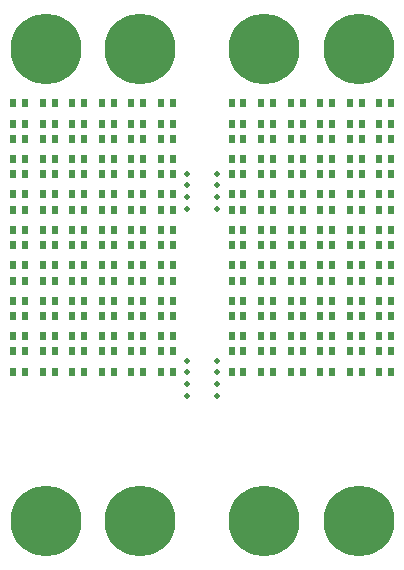
<source format=gbr>
G04 #@! TF.GenerationSoftware,KiCad,Pcbnew,5.1.10*
G04 #@! TF.CreationDate,2021-09-23T13:58:25+02:00*
G04 #@! TF.ProjectId,char-panel,63686172-2d70-4616-9e65-6c2e6b696361,rev?*
G04 #@! TF.SameCoordinates,Original*
G04 #@! TF.FileFunction,Soldermask,Top*
G04 #@! TF.FilePolarity,Negative*
%FSLAX46Y46*%
G04 Gerber Fmt 4.6, Leading zero omitted, Abs format (unit mm)*
G04 Created by KiCad (PCBNEW 5.1.10) date 2021-09-23 13:58:25*
%MOMM*%
%LPD*%
G01*
G04 APERTURE LIST*
%ADD10C,0.500000*%
%ADD11R,0.600000X0.800000*%
%ADD12C,6.000000*%
G04 APERTURE END LIST*
D10*
G04 #@! TO.C,REF\u002A\u002A*
X68249002Y-83166671D03*
G04 #@! TD*
G04 #@! TO.C,REF\u002A\u002A*
X68249003Y-82166671D03*
G04 #@! TD*
G04 #@! TO.C,REF\u002A\u002A*
X68249003Y-81166671D03*
G04 #@! TD*
G04 #@! TO.C,REF\u002A\u002A*
X68249003Y-80166671D03*
G04 #@! TD*
G04 #@! TO.C,REF\u002A\u002A*
X68249006Y-67333335D03*
G04 #@! TD*
G04 #@! TO.C,REF\u002A\u002A*
X68249006Y-66333335D03*
G04 #@! TD*
G04 #@! TO.C,REF\u002A\u002A*
X68249006Y-65333335D03*
G04 #@! TD*
G04 #@! TO.C,REF\u002A\u002A*
X68249007Y-64333335D03*
G04 #@! TD*
G04 #@! TO.C,REF\u002A\u002A*
X65751000Y-80166671D03*
G04 #@! TD*
G04 #@! TO.C,REF\u002A\u002A*
X65751000Y-81166671D03*
G04 #@! TD*
G04 #@! TO.C,REF\u002A\u002A*
X65751000Y-82166671D03*
G04 #@! TD*
G04 #@! TO.C,REF\u002A\u002A*
X65751000Y-83166671D03*
G04 #@! TD*
G04 #@! TO.C,REF\u002A\u002A*
X65751000Y-64333335D03*
G04 #@! TD*
G04 #@! TO.C,REF\u002A\u002A*
X65751000Y-65333335D03*
G04 #@! TD*
G04 #@! TO.C,REF\u002A\u002A*
X65751000Y-66333335D03*
G04 #@! TD*
G04 #@! TO.C,REF\u002A\u002A*
X65751000Y-67333335D03*
G04 #@! TD*
D11*
G04 #@! TO.C,D1*
X69500010Y-60100001D03*
X69500010Y-58400001D03*
X70500010Y-60100001D03*
X70500010Y-58400001D03*
G04 #@! TD*
G04 #@! TO.C,D2*
X83000010Y-61400001D03*
X83000010Y-63100001D03*
X82000010Y-61400001D03*
X82000010Y-63100001D03*
G04 #@! TD*
G04 #@! TO.C,D3*
X69500010Y-66100001D03*
X69500010Y-64400001D03*
X70500010Y-66100001D03*
X70500010Y-64400001D03*
G04 #@! TD*
G04 #@! TO.C,D4*
X83000010Y-67400001D03*
X83000010Y-69100001D03*
X82000010Y-67400001D03*
X82000010Y-69100001D03*
G04 #@! TD*
G04 #@! TO.C,D5*
X69500010Y-72100001D03*
X69500010Y-70400001D03*
X70500010Y-72100001D03*
X70500010Y-70400001D03*
G04 #@! TD*
G04 #@! TO.C,D6*
X83000010Y-73400001D03*
X83000010Y-75100001D03*
X82000010Y-73400001D03*
X82000010Y-75100001D03*
G04 #@! TD*
G04 #@! TO.C,D7*
X69500010Y-78100001D03*
X69500010Y-76400001D03*
X70500010Y-78100001D03*
X70500010Y-76400001D03*
G04 #@! TD*
G04 #@! TO.C,D8*
X83000010Y-79400001D03*
X83000010Y-81100001D03*
X82000010Y-79400001D03*
X82000010Y-81100001D03*
G04 #@! TD*
G04 #@! TO.C,D9*
X72000010Y-60100001D03*
X72000010Y-58400001D03*
X73000010Y-60100001D03*
X73000010Y-58400001D03*
G04 #@! TD*
G04 #@! TO.C,D10*
X80500010Y-61400001D03*
X80500010Y-63100001D03*
X79500010Y-61400001D03*
X79500010Y-63100001D03*
G04 #@! TD*
G04 #@! TO.C,D11*
X72000010Y-66100001D03*
X72000010Y-64400001D03*
X73000010Y-66100001D03*
X73000010Y-64400001D03*
G04 #@! TD*
G04 #@! TO.C,D12*
X80500010Y-67400001D03*
X80500010Y-69100001D03*
X79500010Y-67400001D03*
X79500010Y-69100001D03*
G04 #@! TD*
G04 #@! TO.C,D13*
X72000010Y-72100001D03*
X72000010Y-70400001D03*
X73000010Y-72100001D03*
X73000010Y-70400001D03*
G04 #@! TD*
G04 #@! TO.C,D14*
X80500010Y-73400001D03*
X80500010Y-75100001D03*
X79500010Y-73400001D03*
X79500010Y-75100001D03*
G04 #@! TD*
G04 #@! TO.C,D15*
X72000010Y-78100001D03*
X72000010Y-76400001D03*
X73000010Y-78100001D03*
X73000010Y-76400001D03*
G04 #@! TD*
G04 #@! TO.C,D16*
X80500010Y-79400001D03*
X80500010Y-81100001D03*
X79500010Y-79400001D03*
X79500010Y-81100001D03*
G04 #@! TD*
G04 #@! TO.C,D17*
X74500010Y-60100001D03*
X74500010Y-58400001D03*
X75500010Y-60100001D03*
X75500010Y-58400001D03*
G04 #@! TD*
G04 #@! TO.C,D18*
X78000010Y-61400001D03*
X78000010Y-63100001D03*
X77000010Y-61400001D03*
X77000010Y-63100001D03*
G04 #@! TD*
G04 #@! TO.C,D19*
X74500010Y-66100001D03*
X74500010Y-64400001D03*
X75500010Y-66100001D03*
X75500010Y-64400001D03*
G04 #@! TD*
G04 #@! TO.C,D20*
X78000010Y-67400001D03*
X78000010Y-69100001D03*
X77000010Y-67400001D03*
X77000010Y-69100001D03*
G04 #@! TD*
G04 #@! TO.C,D21*
X74500010Y-72100001D03*
X74500010Y-70400001D03*
X75500010Y-72100001D03*
X75500010Y-70400001D03*
G04 #@! TD*
G04 #@! TO.C,D22*
X78000010Y-73400001D03*
X78000010Y-75100001D03*
X77000010Y-73400001D03*
X77000010Y-75100001D03*
G04 #@! TD*
G04 #@! TO.C,D23*
X74500010Y-78100001D03*
X74500010Y-76400001D03*
X75500010Y-78100001D03*
X75500010Y-76400001D03*
G04 #@! TD*
G04 #@! TO.C,D24*
X78000010Y-79400001D03*
X78000010Y-81100001D03*
X77000010Y-79400001D03*
X77000010Y-81100001D03*
G04 #@! TD*
G04 #@! TO.C,D25*
X77000010Y-60100001D03*
X77000010Y-58400001D03*
X78000010Y-60100001D03*
X78000010Y-58400001D03*
G04 #@! TD*
G04 #@! TO.C,D26*
X75500010Y-61400001D03*
X75500010Y-63100001D03*
X74500010Y-61400001D03*
X74500010Y-63100001D03*
G04 #@! TD*
G04 #@! TO.C,D27*
X77000010Y-66100001D03*
X77000010Y-64400001D03*
X78000010Y-66100001D03*
X78000010Y-64400001D03*
G04 #@! TD*
G04 #@! TO.C,D28*
X75500010Y-67400001D03*
X75500010Y-69100001D03*
X74500010Y-67400001D03*
X74500010Y-69100001D03*
G04 #@! TD*
G04 #@! TO.C,D29*
X77000010Y-72100001D03*
X77000010Y-70400001D03*
X78000010Y-72100001D03*
X78000010Y-70400001D03*
G04 #@! TD*
G04 #@! TO.C,D30*
X75500010Y-73400001D03*
X75500010Y-75100001D03*
X74500010Y-73400001D03*
X74500010Y-75100001D03*
G04 #@! TD*
G04 #@! TO.C,D31*
X77000010Y-78100001D03*
X77000010Y-76400001D03*
X78000010Y-78100001D03*
X78000010Y-76400001D03*
G04 #@! TD*
G04 #@! TO.C,D32*
X75500010Y-79400001D03*
X75500010Y-81100001D03*
X74500010Y-79400001D03*
X74500010Y-81100001D03*
G04 #@! TD*
G04 #@! TO.C,D33*
X79500010Y-60100001D03*
X79500010Y-58400001D03*
X80500010Y-60100001D03*
X80500010Y-58400001D03*
G04 #@! TD*
G04 #@! TO.C,D34*
X73000010Y-61400001D03*
X73000010Y-63100001D03*
X72000010Y-61400001D03*
X72000010Y-63100001D03*
G04 #@! TD*
G04 #@! TO.C,D35*
X79500010Y-66100001D03*
X79500010Y-64400001D03*
X80500010Y-66100001D03*
X80500010Y-64400001D03*
G04 #@! TD*
G04 #@! TO.C,D36*
X73000010Y-67400001D03*
X73000010Y-69100001D03*
X72000010Y-67400001D03*
X72000010Y-69100001D03*
G04 #@! TD*
G04 #@! TO.C,D37*
X79500010Y-72100001D03*
X79500010Y-70400001D03*
X80500010Y-72100001D03*
X80500010Y-70400001D03*
G04 #@! TD*
G04 #@! TO.C,D38*
X73000010Y-73400001D03*
X73000010Y-75100001D03*
X72000010Y-73400001D03*
X72000010Y-75100001D03*
G04 #@! TD*
G04 #@! TO.C,D39*
X79500010Y-78100001D03*
X79500010Y-76400001D03*
X80500010Y-78100001D03*
X80500010Y-76400001D03*
G04 #@! TD*
G04 #@! TO.C,D40*
X73000010Y-79400001D03*
X73000010Y-81100001D03*
X72000010Y-79400001D03*
X72000010Y-81100001D03*
G04 #@! TD*
G04 #@! TO.C,D41*
X82000010Y-60100001D03*
X82000010Y-58400001D03*
X83000010Y-60100001D03*
X83000010Y-58400001D03*
G04 #@! TD*
G04 #@! TO.C,D43*
X82000010Y-66100001D03*
X82000010Y-64400001D03*
X83000010Y-66100001D03*
X83000010Y-64400001D03*
G04 #@! TD*
G04 #@! TO.C,D44*
X70500010Y-67400001D03*
X70500010Y-69100001D03*
X69500010Y-67400001D03*
X69500010Y-69100001D03*
G04 #@! TD*
G04 #@! TO.C,D45*
X82000010Y-72100001D03*
X82000010Y-70400001D03*
X83000010Y-72100001D03*
X83000010Y-70400001D03*
G04 #@! TD*
G04 #@! TO.C,D46*
X70500010Y-73400001D03*
X70500010Y-75100001D03*
X69500010Y-73400001D03*
X69500010Y-75100001D03*
G04 #@! TD*
G04 #@! TO.C,D47*
X82000010Y-78100001D03*
X82000010Y-76400001D03*
X83000010Y-78100001D03*
X83000010Y-76400001D03*
G04 #@! TD*
G04 #@! TO.C,D48*
X70500010Y-79400001D03*
X70500010Y-81100001D03*
X69500010Y-79400001D03*
X69500010Y-81100001D03*
G04 #@! TD*
G04 #@! TO.C,D42*
X70500010Y-61400001D03*
X70500010Y-63100001D03*
X69500010Y-61400001D03*
X69500010Y-63100001D03*
G04 #@! TD*
D12*
G04 #@! TO.C,J1*
X72250010Y-53750001D03*
X80250010Y-53750001D03*
G04 #@! TD*
G04 #@! TO.C,J2*
X72250010Y-93750001D03*
X80250010Y-93750001D03*
G04 #@! TD*
D11*
G04 #@! TO.C,D1*
X51000001Y-60100001D03*
X51000001Y-58400001D03*
X52000001Y-60100001D03*
X52000001Y-58400001D03*
G04 #@! TD*
G04 #@! TO.C,D2*
X64500001Y-61400001D03*
X64500001Y-63100001D03*
X63500001Y-61400001D03*
X63500001Y-63100001D03*
G04 #@! TD*
G04 #@! TO.C,D3*
X51000001Y-66100001D03*
X51000001Y-64400001D03*
X52000001Y-66100001D03*
X52000001Y-64400001D03*
G04 #@! TD*
G04 #@! TO.C,D4*
X64500001Y-67400001D03*
X64500001Y-69100001D03*
X63500001Y-67400001D03*
X63500001Y-69100001D03*
G04 #@! TD*
G04 #@! TO.C,D5*
X51000001Y-72100001D03*
X51000001Y-70400001D03*
X52000001Y-72100001D03*
X52000001Y-70400001D03*
G04 #@! TD*
G04 #@! TO.C,D6*
X64500001Y-73400001D03*
X64500001Y-75100001D03*
X63500001Y-73400001D03*
X63500001Y-75100001D03*
G04 #@! TD*
G04 #@! TO.C,D7*
X51000001Y-78100001D03*
X51000001Y-76400001D03*
X52000001Y-78100001D03*
X52000001Y-76400001D03*
G04 #@! TD*
G04 #@! TO.C,D8*
X64500001Y-79400001D03*
X64500001Y-81100001D03*
X63500001Y-79400001D03*
X63500001Y-81100001D03*
G04 #@! TD*
G04 #@! TO.C,D9*
X53500001Y-60100001D03*
X53500001Y-58400001D03*
X54500001Y-60100001D03*
X54500001Y-58400001D03*
G04 #@! TD*
G04 #@! TO.C,D10*
X62000001Y-61400001D03*
X62000001Y-63100001D03*
X61000001Y-61400001D03*
X61000001Y-63100001D03*
G04 #@! TD*
G04 #@! TO.C,D11*
X53500001Y-66100001D03*
X53500001Y-64400001D03*
X54500001Y-66100001D03*
X54500001Y-64400001D03*
G04 #@! TD*
G04 #@! TO.C,D12*
X62000001Y-67400001D03*
X62000001Y-69100001D03*
X61000001Y-67400001D03*
X61000001Y-69100001D03*
G04 #@! TD*
G04 #@! TO.C,D13*
X53500001Y-72100001D03*
X53500001Y-70400001D03*
X54500001Y-72100001D03*
X54500001Y-70400001D03*
G04 #@! TD*
G04 #@! TO.C,D14*
X62000001Y-73400001D03*
X62000001Y-75100001D03*
X61000001Y-73400001D03*
X61000001Y-75100001D03*
G04 #@! TD*
G04 #@! TO.C,D15*
X53500001Y-78100001D03*
X53500001Y-76400001D03*
X54500001Y-78100001D03*
X54500001Y-76400001D03*
G04 #@! TD*
G04 #@! TO.C,D16*
X62000001Y-79400001D03*
X62000001Y-81100001D03*
X61000001Y-79400001D03*
X61000001Y-81100001D03*
G04 #@! TD*
G04 #@! TO.C,D17*
X56000001Y-60100001D03*
X56000001Y-58400001D03*
X57000001Y-60100001D03*
X57000001Y-58400001D03*
G04 #@! TD*
G04 #@! TO.C,D18*
X59500001Y-61400001D03*
X59500001Y-63100001D03*
X58500001Y-61400001D03*
X58500001Y-63100001D03*
G04 #@! TD*
G04 #@! TO.C,D19*
X56000001Y-66100001D03*
X56000001Y-64400001D03*
X57000001Y-66100001D03*
X57000001Y-64400001D03*
G04 #@! TD*
G04 #@! TO.C,D20*
X59500001Y-67400001D03*
X59500001Y-69100001D03*
X58500001Y-67400001D03*
X58500001Y-69100001D03*
G04 #@! TD*
G04 #@! TO.C,D21*
X56000001Y-72100001D03*
X56000001Y-70400001D03*
X57000001Y-72100001D03*
X57000001Y-70400001D03*
G04 #@! TD*
G04 #@! TO.C,D22*
X59500001Y-73400001D03*
X59500001Y-75100001D03*
X58500001Y-73400001D03*
X58500001Y-75100001D03*
G04 #@! TD*
G04 #@! TO.C,D23*
X56000001Y-78100001D03*
X56000001Y-76400001D03*
X57000001Y-78100001D03*
X57000001Y-76400001D03*
G04 #@! TD*
G04 #@! TO.C,D24*
X59500001Y-79400001D03*
X59500001Y-81100001D03*
X58500001Y-79400001D03*
X58500001Y-81100001D03*
G04 #@! TD*
G04 #@! TO.C,D25*
X58500001Y-60100001D03*
X58500001Y-58400001D03*
X59500001Y-60100001D03*
X59500001Y-58400001D03*
G04 #@! TD*
G04 #@! TO.C,D26*
X57000001Y-61400001D03*
X57000001Y-63100001D03*
X56000001Y-61400001D03*
X56000001Y-63100001D03*
G04 #@! TD*
G04 #@! TO.C,D27*
X58500001Y-66100001D03*
X58500001Y-64400001D03*
X59500001Y-66100001D03*
X59500001Y-64400001D03*
G04 #@! TD*
G04 #@! TO.C,D28*
X57000001Y-67400001D03*
X57000001Y-69100001D03*
X56000001Y-67400001D03*
X56000001Y-69100001D03*
G04 #@! TD*
G04 #@! TO.C,D29*
X58500001Y-72100001D03*
X58500001Y-70400001D03*
X59500001Y-72100001D03*
X59500001Y-70400001D03*
G04 #@! TD*
G04 #@! TO.C,D30*
X57000001Y-73400001D03*
X57000001Y-75100001D03*
X56000001Y-73400001D03*
X56000001Y-75100001D03*
G04 #@! TD*
G04 #@! TO.C,D31*
X58500001Y-78100001D03*
X58500001Y-76400001D03*
X59500001Y-78100001D03*
X59500001Y-76400001D03*
G04 #@! TD*
G04 #@! TO.C,D32*
X57000001Y-79400001D03*
X57000001Y-81100001D03*
X56000001Y-79400001D03*
X56000001Y-81100001D03*
G04 #@! TD*
G04 #@! TO.C,D33*
X61000001Y-60100001D03*
X61000001Y-58400001D03*
X62000001Y-60100001D03*
X62000001Y-58400001D03*
G04 #@! TD*
G04 #@! TO.C,D34*
X54500001Y-61400001D03*
X54500001Y-63100001D03*
X53500001Y-61400001D03*
X53500001Y-63100001D03*
G04 #@! TD*
G04 #@! TO.C,D35*
X61000001Y-66100001D03*
X61000001Y-64400001D03*
X62000001Y-66100001D03*
X62000001Y-64400001D03*
G04 #@! TD*
G04 #@! TO.C,D36*
X54500001Y-67400001D03*
X54500001Y-69100001D03*
X53500001Y-67400001D03*
X53500001Y-69100001D03*
G04 #@! TD*
G04 #@! TO.C,D37*
X61000001Y-72100001D03*
X61000001Y-70400001D03*
X62000001Y-72100001D03*
X62000001Y-70400001D03*
G04 #@! TD*
G04 #@! TO.C,D38*
X54500001Y-73400001D03*
X54500001Y-75100001D03*
X53500001Y-73400001D03*
X53500001Y-75100001D03*
G04 #@! TD*
G04 #@! TO.C,D39*
X61000001Y-78100001D03*
X61000001Y-76400001D03*
X62000001Y-78100001D03*
X62000001Y-76400001D03*
G04 #@! TD*
G04 #@! TO.C,D40*
X54500001Y-79400001D03*
X54500001Y-81100001D03*
X53500001Y-79400001D03*
X53500001Y-81100001D03*
G04 #@! TD*
G04 #@! TO.C,D41*
X63500001Y-60100001D03*
X63500001Y-58400001D03*
X64500001Y-60100001D03*
X64500001Y-58400001D03*
G04 #@! TD*
G04 #@! TO.C,D43*
X63500001Y-66100001D03*
X63500001Y-64400001D03*
X64500001Y-66100001D03*
X64500001Y-64400001D03*
G04 #@! TD*
G04 #@! TO.C,D44*
X52000001Y-67400001D03*
X52000001Y-69100001D03*
X51000001Y-67400001D03*
X51000001Y-69100001D03*
G04 #@! TD*
G04 #@! TO.C,D45*
X63500001Y-72100001D03*
X63500001Y-70400001D03*
X64500001Y-72100001D03*
X64500001Y-70400001D03*
G04 #@! TD*
G04 #@! TO.C,D46*
X52000001Y-73400001D03*
X52000001Y-75100001D03*
X51000001Y-73400001D03*
X51000001Y-75100001D03*
G04 #@! TD*
G04 #@! TO.C,D47*
X63500001Y-78100001D03*
X63500001Y-76400001D03*
X64500001Y-78100001D03*
X64500001Y-76400001D03*
G04 #@! TD*
G04 #@! TO.C,D48*
X52000001Y-79400001D03*
X52000001Y-81100001D03*
X51000001Y-79400001D03*
X51000001Y-81100001D03*
G04 #@! TD*
G04 #@! TO.C,D42*
X52000001Y-61400001D03*
X52000001Y-63100001D03*
X51000001Y-61400001D03*
X51000001Y-63100001D03*
G04 #@! TD*
D12*
G04 #@! TO.C,J1*
X53750001Y-53750001D03*
X61750001Y-53750001D03*
G04 #@! TD*
G04 #@! TO.C,J2*
X53750001Y-93750001D03*
X61750001Y-93750001D03*
G04 #@! TD*
M02*

</source>
